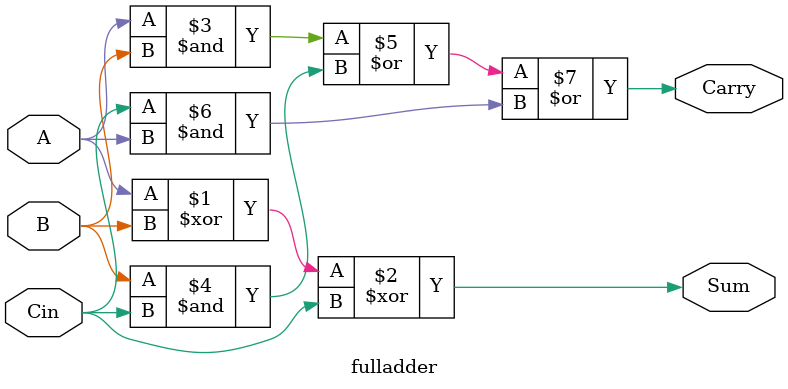
<source format=v>
`timescale 1ns / 1ps
module fulladder(A,B,Cin,Sum,Carry);
	/*Input-output signal declarations - this style is mandatory to 
	synthesize the codes in RTL compiler - otherwise it throws an error*/
	 input A,B,Cin;
    output Sum,Carry;
	 
	/*Logic - sum & carry computation*/
	assign Sum = A^B^Cin;
	assign Carry = A&B|B&Cin|Cin&A;	

endmodule

</source>
